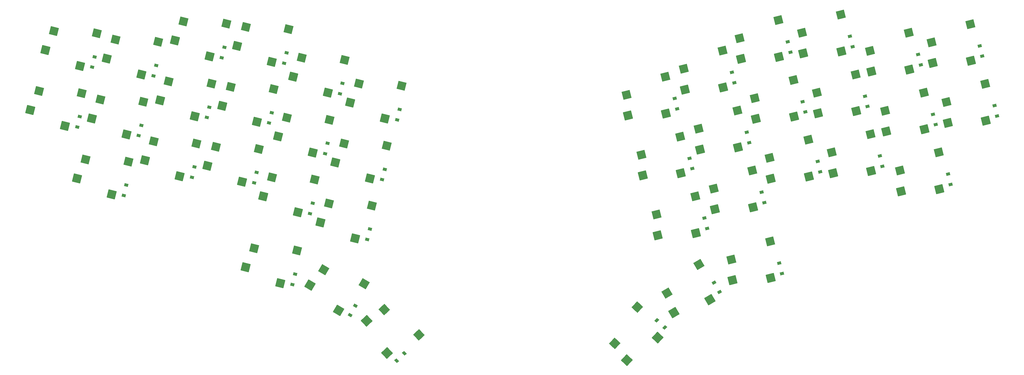
<source format=gbp>
G04 #@! TF.GenerationSoftware,KiCad,Pcbnew,8.0.4*
G04 #@! TF.CreationDate,2024-10-20T10:13:07+02:00*
G04 #@! TF.ProjectId,fairyboard,66616972-7962-46f6-9172-642e6b696361,1*
G04 #@! TF.SameCoordinates,Original*
G04 #@! TF.FileFunction,Paste,Bot*
G04 #@! TF.FilePolarity,Positive*
%FSLAX46Y46*%
G04 Gerber Fmt 4.6, Leading zero omitted, Abs format (unit mm)*
G04 Created by KiCad (PCBNEW 8.0.4) date 2024-10-20 10:13:07*
%MOMM*%
%LPD*%
G01*
G04 APERTURE LIST*
G04 Aperture macros list*
%AMRotRect*
0 Rectangle, with rotation*
0 The origin of the aperture is its center*
0 $1 length*
0 $2 width*
0 $3 Rotation angle, in degrees counterclockwise*
0 Add horizontal line*
21,1,$1,$2,0,0,$3*%
G04 Aperture macros list end*
%ADD10RotRect,2.550000X2.500000X313.000000*%
%ADD11RotRect,2.600000X2.600000X166.000000*%
%ADD12RotRect,2.550000X2.500000X14.000000*%
%ADD13RotRect,2.550000X2.500000X346.000000*%
%ADD14RotRect,2.600000X2.600000X194.000000*%
%ADD15RotRect,0.900000X1.200000X43.000000*%
%ADD16RotRect,0.900000X1.200000X104.000000*%
%ADD17RotRect,0.900000X1.200000X76.000000*%
%ADD18RotRect,2.550000X2.500000X47.000000*%
%ADD19RotRect,0.900000X1.200000X137.000000*%
%ADD20RotRect,2.600000X2.600000X210.500000*%
%ADD21RotRect,0.900000X1.200000X59.500000*%
%ADD22RotRect,2.600000X2.600000X133.000000*%
%ADD23RotRect,2.600000X2.600000X149.500000*%
%ADD24RotRect,2.550000X2.500000X329.500000*%
%ADD25RotRect,2.600000X2.600000X227.000000*%
%ADD26RotRect,0.900000X1.200000X120.500000*%
%ADD27RotRect,2.550000X2.500000X30.500000*%
G04 APERTURE END LIST*
D10*
X182109080Y-204263909D03*
X171435249Y-196541975D03*
D11*
X97811668Y-150499135D03*
X108486355Y-155427994D03*
D12*
X262582595Y-143210581D03*
X250654064Y-148802456D03*
D13*
X132806898Y-147032266D03*
X119649403Y-146369493D03*
D14*
X330569701Y-160094533D03*
X342308844Y-159434986D03*
D15*
X177647722Y-210007580D03*
X175234254Y-212258174D03*
D14*
X251021101Y-155193503D03*
X262760244Y-154533956D03*
D16*
X304854627Y-150892229D03*
X305652969Y-154094205D03*
X344991786Y-154798191D03*
X345790128Y-158000167D03*
D14*
X340296136Y-120567374D03*
X352035279Y-119907827D03*
X290432521Y-156188594D03*
X302171664Y-155529047D03*
D17*
X149419502Y-163727143D03*
X148621160Y-166929119D03*
D12*
X337534685Y-129675997D03*
X325606154Y-135267872D03*
D16*
X340395278Y-136362587D03*
X341193620Y-139564563D03*
D12*
X275574969Y-116782404D03*
X263646438Y-122374279D03*
D17*
X117628616Y-134157905D03*
X116830274Y-137359881D03*
D11*
X126166088Y-115313536D03*
X136840775Y-120242395D03*
D17*
X136790005Y-135843539D03*
X135991663Y-139045515D03*
D14*
X273206514Y-165636566D03*
X284945657Y-164977019D03*
D16*
X359314748Y-133706659D03*
X360113090Y-136908635D03*
X324015992Y-149206589D03*
X324814334Y-152408565D03*
D18*
X249323348Y-195718763D03*
X242364793Y-206905248D03*
D11*
X138795575Y-143197134D03*
X149470262Y-148125993D03*
D17*
X158612516Y-126855910D03*
X157814174Y-130057886D03*
D19*
X255364230Y-199768605D03*
X257777698Y-202019199D03*
D12*
X332938165Y-111240381D03*
X321009634Y-116832256D03*
D14*
X281239505Y-119317352D03*
X292978648Y-118657805D03*
X325973191Y-141658919D03*
X337712334Y-140999372D03*
D20*
X260618385Y-197410905D03*
X271686782Y-193444421D03*
D14*
X304997388Y-136067333D03*
X316736531Y-135407786D03*
D17*
X171604900Y-153284079D03*
X170806558Y-156486055D03*
X132193494Y-154279144D03*
X131395152Y-157481120D03*
D11*
X128755819Y-183464404D03*
X139430506Y-188393263D03*
X160980990Y-132754072D03*
X171655677Y-137682931D03*
X134199041Y-161632755D03*
X144873728Y-166561614D03*
D17*
X101249342Y-121313853D03*
X100451000Y-124515829D03*
D12*
X321155390Y-142520045D03*
X309226859Y-148111920D03*
D14*
X268609993Y-147200957D03*
X280349136Y-146541410D03*
D13*
X122838539Y-108475407D03*
X109681044Y-107812634D03*
X172218300Y-146037195D03*
X159060805Y-145374422D03*
D21*
X162584446Y-195342118D03*
X160909570Y-198185494D03*
D11*
X156384465Y-151189685D03*
X167059152Y-156118544D03*
X121569563Y-133749149D03*
X132244250Y-138678008D03*
D14*
X246424595Y-136757888D03*
X258163738Y-136098341D03*
D11*
X81432395Y-137655115D03*
X92107082Y-142583974D03*
D16*
X260846680Y-131461551D03*
X261645022Y-134663527D03*
D17*
X122225144Y-115722275D03*
X121426802Y-118924251D03*
D16*
X283032084Y-141904608D03*
X283830426Y-145106584D03*
X293071846Y-182171891D03*
X293870188Y-185373867D03*
D11*
X116973063Y-152184756D03*
X127647750Y-157113615D03*
D14*
X344892648Y-139002997D03*
X356631791Y-138343450D03*
D22*
X166023455Y-199961433D03*
X172291557Y-209908966D03*
D13*
X141999923Y-110161046D03*
X128842428Y-109498273D03*
D12*
X292800999Y-107334430D03*
X280872468Y-112926305D03*
D23*
X148585617Y-189011150D03*
X157420850Y-196768810D03*
D16*
X287628603Y-160340225D03*
X288426945Y-163542201D03*
D17*
X77733357Y-137093561D03*
X76935015Y-140295537D03*
D12*
X284768008Y-153653644D03*
X272839477Y-159245519D03*
D13*
X137403398Y-128596659D03*
X124245903Y-127933886D03*
D12*
X311962378Y-105648794D03*
X300033847Y-111240669D03*
D16*
X314822980Y-112335386D03*
X315621322Y-115537362D03*
D12*
X297397491Y-125770034D03*
X285468960Y-131361909D03*
D11*
X143392089Y-124761519D03*
X154066776Y-129690378D03*
D13*
X144589654Y-178311914D03*
X131432159Y-177649141D03*
D12*
X280171487Y-135218035D03*
X268242956Y-140809910D03*
D13*
X118242033Y-126911029D03*
X105084538Y-126248256D03*
D14*
X285835997Y-137752956D03*
X297575140Y-137093409D03*
D17*
X113032115Y-152593525D03*
X112233773Y-155795501D03*
D14*
X278649747Y-187468238D03*
X290388890Y-186808691D03*
D11*
X86028907Y-119219500D03*
X96703594Y-124148359D03*
D17*
X82329875Y-118657949D03*
X81531533Y-121859925D03*
D13*
X101862742Y-114067010D03*
X88705247Y-113404237D03*
D16*
X335798766Y-117926965D03*
X336597108Y-121128941D03*
D14*
X255617627Y-173629134D03*
X267356770Y-172969587D03*
D16*
X265443182Y-149897167D03*
X266241524Y-153099143D03*
D14*
X300400884Y-117631716D03*
X312140027Y-116972169D03*
D13*
X159225924Y-119609029D03*
X146068429Y-118946256D03*
D14*
X321376671Y-123223303D03*
X333115814Y-122563756D03*
D17*
X143976262Y-185558779D03*
X143177920Y-188760755D03*
D16*
X270039712Y-168332793D03*
X270838054Y-171534769D03*
X319419481Y-130770972D03*
X320217823Y-133972948D03*
D13*
X176814825Y-127601582D03*
X163657330Y-126938809D03*
D17*
X154016024Y-145291525D03*
X153217682Y-148493501D03*
D12*
X301994015Y-144205672D03*
X290065484Y-149797547D03*
D16*
X300258082Y-132456627D03*
X301056424Y-135658603D03*
D12*
X257986089Y-124774966D03*
X246057558Y-130366841D03*
X351857630Y-108584452D03*
X339929099Y-114176327D03*
D11*
X102408198Y-132063519D03*
X113082885Y-136992378D03*
D12*
X267179121Y-161646212D03*
X255250590Y-167238087D03*
X342131195Y-148111611D03*
X330202664Y-153703486D03*
D24*
X165230800Y-188567891D03*
X152803372Y-184195482D03*
D17*
X96652811Y-139749476D03*
X95854469Y-142951452D03*
D13*
X82943274Y-111411051D03*
X69785779Y-110748278D03*
D25*
X246153429Y-212065330D03*
X255639490Y-205118589D03*
D11*
X107004704Y-113627897D03*
X117679391Y-118556756D03*
D13*
X97266230Y-132502625D03*
X84108735Y-131839852D03*
D11*
X76835867Y-156090727D03*
X87510554Y-161019586D03*
D13*
X78346751Y-129846704D03*
X65189256Y-129183931D03*
X92669702Y-150938237D03*
X79512207Y-150275464D03*
D14*
X264013475Y-128765326D03*
X275752618Y-128105779D03*
D13*
X150032876Y-156480265D03*
X136875381Y-155817492D03*
D11*
X62512916Y-134999194D03*
X73187603Y-139928053D03*
D12*
X290211241Y-175485316D03*
X278282710Y-181077191D03*
X316558882Y-124084411D03*
X304630351Y-129676286D03*
D16*
X354718236Y-115271032D03*
X355516578Y-118473008D03*
D17*
X92056300Y-158185115D03*
X91257958Y-161387091D03*
X167008395Y-171719694D03*
X166210053Y-174921670D03*
D13*
X167621793Y-164472822D03*
X154464298Y-163810049D03*
D17*
X176201414Y-134848447D03*
X175403072Y-138050423D03*
D13*
X113645503Y-145346645D03*
X100488008Y-144683872D03*
D26*
X272942338Y-188236575D03*
X274617214Y-191079951D03*
D17*
X141386521Y-117407898D03*
X140588179Y-120609874D03*
D13*
X154629410Y-138044644D03*
X141471915Y-137381871D03*
D14*
X309593896Y-154502967D03*
X321333039Y-153843420D03*
D16*
X278435564Y-123468985D03*
X279233906Y-126670961D03*
X295661573Y-114020998D03*
X296459915Y-117222974D03*
D12*
X356454142Y-127020075D03*
X344525611Y-132611950D03*
D27*
X268300437Y-182637800D03*
X258451304Y-191387288D03*
D11*
X151787958Y-169625312D03*
X162462645Y-174554171D03*
X67109439Y-116563541D03*
X77784126Y-121492400D03*
M02*

</source>
